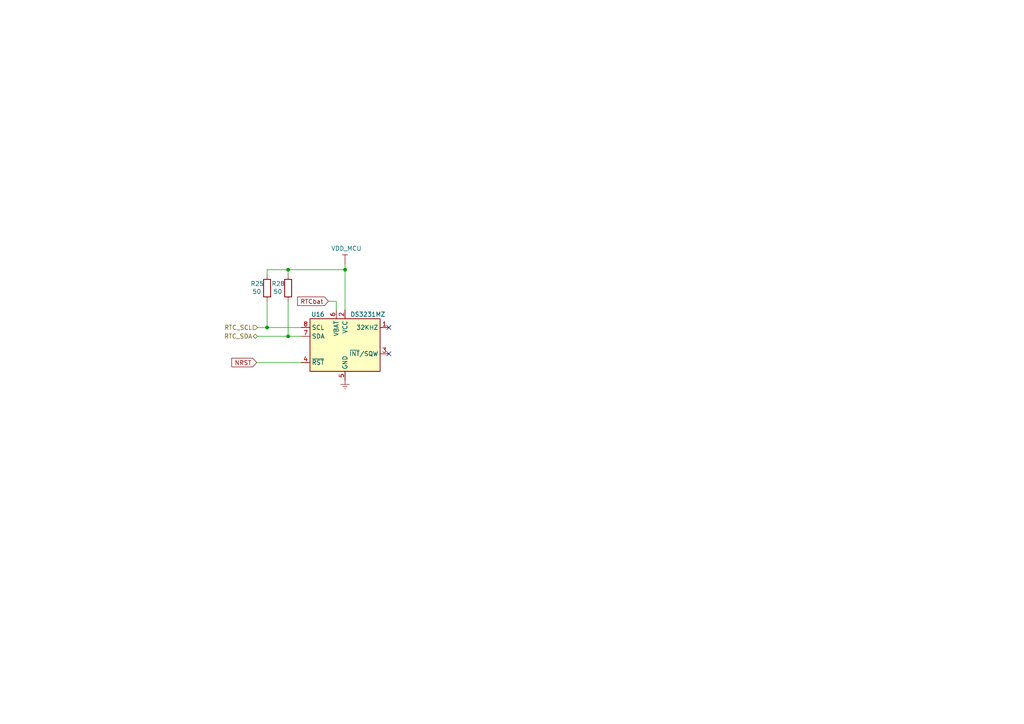
<source format=kicad_sch>
(kicad_sch (version 20211123) (generator eeschema)
  (paper "A4")
  (title_block (title "RTC") (date "2021-11-19"))
  (lib_symbols
    (symbol "Device:R" (pin_numbers hide) (pin_names (offset 0))
      (property "Reference" "R" (at 2.032 0 90))
      (property "Value" "R" (at 0 0 90))
      (symbol "R_0_1"
        (rectangle (start -1.016 -2.54) (end 1.016 2.54) (stroke (width 0.254)))
      )
      (symbol "R_1_1"
        (pin passive line (at 0 3.81 270) (length 1.27) (name "~") (number "1"))
        (pin passive line (at 0 -3.81 90) (length 1.27) (name "~") (number "2"))
      )
    )
    (symbol "SVIELCOM_Library:VDD_MCU" (power) (pin_names (offset 0))
      (property "Value" "SVIELCOM_Library_VDD_MCU" (at 0 3.81 0))
      (symbol "VDD_MCU_0_1"
        (polyline (pts (xy -0.762 2.54) (xy 0 2.54)))
        (polyline (pts (xy 0 0) (xy 0 2.54)))
        (polyline (pts (xy 0 2.54) (xy 0.762 2.54)))
      )
      (symbol "VDD_MCU_1_1"
        (pin power_in line (at 0 0 90) (length 0) hide (name "VDD_MCU") (number "1"))
      )
    )
    (symbol "Timer_RTC:DS3231MZ"
      (property "Reference" "U" (at -7.62 8.89 0))
      (property "Value" "DS3231MZ" (at 11.43 8.89 0))
      (symbol "DS3231MZ_0_1"
        (rectangle (start -10.16 7.62) (end 10.16 -7.62) (stroke (width 0.254)) (fill (type background)))
      )
      (symbol "DS3231MZ_1_1"
        (pin open_collector line (at 12.7 5.08 180) (length 2.54) (name "32KHZ") (number "1"))
        (pin power_in line (at 0 10.16 270) (length 2.54) (name "VCC") (number "2"))
        (pin open_collector line (at 12.7 -2.54 180) (length 2.54) (name "~{INT}/SQW") (number "3"))
        (pin bidirectional line (at -12.7 -5.08 0) (length 2.54) (name "~{RST}") (number "4"))
        (pin power_in line (at 0 -10.16 90) (length 2.54) (name "GND") (number "5"))
        (pin power_in line (at -2.54 10.16 270) (length 2.54) (name "VBAT") (number "6"))
        (pin bidirectional line (at -12.7 2.54 0) (length 2.54) (name "SDA") (number "7"))
        (pin input line (at -12.7 5.08 0) (length 2.54) (name "SCL") (number "8"))
      )
    )
    (symbol "power:GNDREF" (power) (pin_names (offset 0))
      (property "Value" "GNDREF" (at 0 -3.81 0))
      (symbol "GNDREF_0_1"
        (polyline (pts (xy -0.635 -1.905) (xy 0.635 -1.905)))
        (polyline (pts (xy -0.127 -2.54) (xy 0.127 -2.54)))
        (polyline (pts (xy 0 -1.27) (xy 0 0)))
        (polyline (pts (xy 1.27 -1.27) (xy -1.27 -1.27)))
      )
      (symbol "GNDREF_1_1"
        (pin power_in line (at 0 0 270) (length 0) hide (name "GNDREF") (number "1"))
      )
    )
  )
  (junction (at 77.47 94.996))
  (junction (at 83.566 78.232))
  (junction (at 100.076 78.232))
  (junction (at 83.566 97.536))
  (no_connect (at 112.776 94.996))
  (no_connect (at 112.776 102.616))
  (wire (pts (xy 74.422 105.156) (xy 87.376 105.156)))
  (wire (pts (xy 83.566 87.376) (xy 83.566 97.536)))
  (wire (pts (xy 83.566 97.536) (xy 74.676 97.536)))
  (wire (pts (xy 74.676 94.996) (xy 77.47 94.996)))
  (wire (pts (xy 77.47 79.756) (xy 77.47 78.232)))
  (wire (pts (xy 77.47 78.232) (xy 83.566 78.232)))
  (wire (pts (xy 83.566 78.232) (xy 100.076 78.232)))
  (wire (pts (xy 95.25 87.376) (xy 97.536 87.376)))
  (wire (pts (xy 83.566 79.756) (xy 83.566 78.232)))
  (wire (pts (xy 100.076 78.232) (xy 100.076 76.454)))
  (wire (pts (xy 77.47 87.376) (xy 77.47 94.996)))
  (wire (pts (xy 87.376 97.536) (xy 83.566 97.536)))
  (wire (pts (xy 100.076 89.916) (xy 100.076 78.232)))
  (wire (pts (xy 97.536 87.376) (xy 97.536 89.916)))
  (wire (pts (xy 77.47 94.996) (xy 87.376 94.996)))
  (global_label "NRST" (shape input) (at 74.422 105.156 180) (property "Intersheet References" "${INTERSHEET_REFS}" (effects hide)))
  (global_label "RTCbat" (shape input) (at 95.25 87.376 180) (property "Intersheet References" "${INTERSHEET_REFS}" (effects hide)))
  (hierarchical_label "RTC_SDA" (shape bidirectional) (at 74.676 97.536 180))
  (hierarchical_label "RTC_SCL" (shape input) (at 74.676 94.996 180))
  (symbol (lib_id "Timer_RTC:DS3231MZ") (at 100.076 100.076 0) (unit 1)
    (property "Reference" "U16" (at 92.202 91.186 0))
    (property "Value" "DS3231MZ" (at 106.68 91.186 0))
    (property "Footprint" "Package_SO:SOIC-8_3.9x4.9mm_P1.27mm" (effects hide))
    (property "Datasheet" "http://datasheets.maximintegrated.com/en/ds/DS3231M.pdf" (effects hide))
  )
  (symbol (lib_id "power:GNDREF") (at 100.076 110.236 0) (unit 1)
    (property "Reference" "#PWR065" (effects hide))
    (property "Value" "GNDREF" (effects hide))
  )
  (symbol (lib_id "SVIELCOM_Library:VDD_MCU") (at 100.076 76.454 0) (unit 1)
    (property "Reference" "#PWR061" (effects hide))
    (property "Value" "VDD_MCU" (at 100.457 72.0598 0))
  )
  (symbol (lib_id "Device:R") (at 77.47 83.566 0) (unit 1)
    (property "Reference" "R25" (at 72.644 82.296 0) (effects (justify left)))
    (property "Value" "50" (at 73.152 84.582 0) (effects (justify left)))
    (property "Footprint" "Resistor_SMD:R_0603_1608Metric_Pad0.98x0.95mm_HandSolder" (effects hide))
    (property "Type" "CRCW060350R0FKEA" (effects hide))
  )
  (symbol (lib_id "Device:R") (at 83.566 83.566 0) (unit 1)
    (property "Reference" "R28" (at 78.74 82.296 0) (effects (justify left)))
    (property "Value" "50" (at 79.248 84.582 0) (effects (justify left)))
    (property "Footprint" "Resistor_SMD:R_0603_1608Metric_Pad0.98x0.95mm_HandSolder" (effects hide))
    (property "Type" "CRCW060350R0FKEA" (effects hide))
  )
)
</source>
